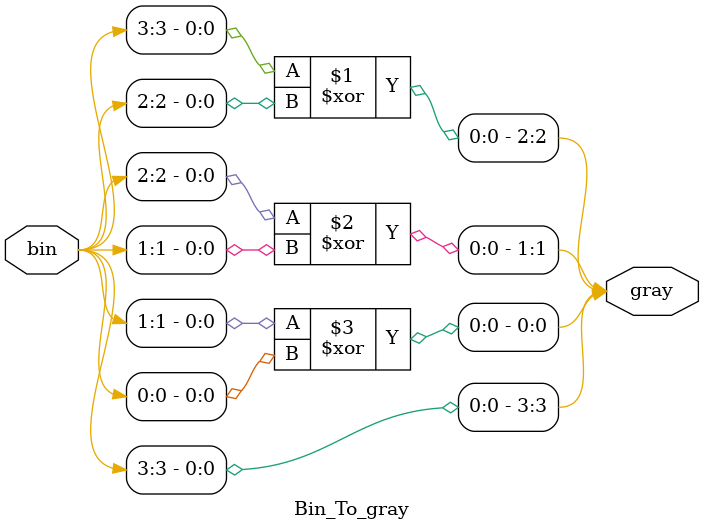
<source format=sv>
module Bin_To_gray #(parameter N = 4 ) (bin,gray);

input [N-1 : 0]bin ;
output [N-1 : 0] gray;


generate
    genvar i ;

    assign gray[N-1] = bin[N-1];

    for (i =  N - 2; i >= 0 ; i = i - 1 ) begin : GEN_R
      assign  gray[i] = bin[i+1] ^ bin[i] ;

    end
endgenerate

endmodule

</source>
